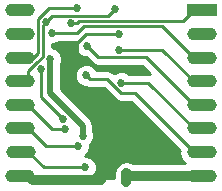
<source format=gbr>
G04 #@! TF.GenerationSoftware,KiCad,Pcbnew,no-vcs-found-7613~57~ubuntu16.04.1*
G04 #@! TF.CreationDate,2017-02-19T17:16:57-08:00*
G04 #@! TF.ProjectId,ESPKey,4553504B65792E6B696361645F706362,rev?*
G04 #@! TF.FileFunction,Copper,L2,Bot,Signal*
G04 #@! TF.FilePolarity,Positive*
%FSLAX46Y46*%
G04 Gerber Fmt 4.6, Leading zero omitted, Abs format (unit mm)*
G04 Created by KiCad (PCBNEW no-vcs-found-7613~57~ubuntu16.04.1) date Sun Feb 19 17:16:57 2017*
%MOMM*%
%LPD*%
G01*
G04 APERTURE LIST*
%ADD10C,0.100000*%
%ADD11R,2.500000X1.100000*%
%ADD12O,2.500000X1.100000*%
%ADD13C,0.685800*%
%ADD14C,0.254000*%
%ADD15C,0.812800*%
%ADD16C,0.508000*%
G04 APERTURE END LIST*
D10*
D11*
X119700000Y-105100000D03*
D12*
X119700000Y-107100000D03*
X119700000Y-109100000D03*
X119700000Y-111100000D03*
X119700000Y-113100000D03*
X119700000Y-115100000D03*
X119700000Y-117100000D03*
X119700000Y-119100000D03*
X104300000Y-119100000D03*
X104400000Y-117100000D03*
X104300000Y-115100000D03*
X104300000Y-113100000D03*
X104300000Y-111100000D03*
X104300000Y-109100000D03*
X104300000Y-107100000D03*
X104300000Y-105100000D03*
D13*
X111150000Y-119450000D03*
X109600000Y-119500000D03*
X108900000Y-109100000D03*
X112300000Y-113300000D03*
X112900000Y-113700000D03*
X108900000Y-109800000D03*
X112700000Y-107100000D03*
X109600000Y-115725000D03*
X106846435Y-109215749D03*
X113300000Y-119600000D03*
X113300000Y-118900000D03*
X109900000Y-110600000D03*
X112870040Y-111229960D03*
X109954717Y-108104707D03*
X112712346Y-108432265D03*
X109100000Y-104900000D03*
X106500000Y-106100000D03*
X112300000Y-105000000D03*
X107957657Y-114292343D03*
X106062955Y-110090087D03*
X107022097Y-106983708D03*
X108600000Y-106200000D03*
X108109389Y-115120876D03*
X109245997Y-116596963D03*
X109799964Y-118400000D03*
D14*
X111150000Y-115650000D02*
X111150000Y-119450000D01*
X113100000Y-113700000D02*
X111150000Y-115650000D01*
D15*
X105400000Y-119500000D02*
X105000000Y-119100000D01*
X111100000Y-119500000D02*
X105400000Y-119500000D01*
X111150000Y-119450000D02*
X111100000Y-119500000D01*
D14*
X109900000Y-107100000D02*
X109100000Y-107900000D01*
X112700000Y-107100000D02*
X109900000Y-107100000D01*
X109100000Y-107900000D02*
X109100000Y-109315067D01*
X109100000Y-109315067D02*
X109100000Y-109800000D01*
D15*
X113500000Y-119100000D02*
X113300000Y-118900000D01*
X113300000Y-118900000D02*
X113300000Y-119600000D01*
X119000000Y-119100000D02*
X113500000Y-119100000D01*
D16*
X106846435Y-112121435D02*
X109600000Y-114875000D01*
X109600000Y-114875000D02*
X109600000Y-115240067D01*
X106846435Y-109215749D02*
X106846435Y-112121435D01*
X109600000Y-115240067D02*
X109600000Y-115725000D01*
D14*
X114000000Y-112100000D02*
X112860000Y-112100000D01*
X111702899Y-110942899D02*
X110242899Y-110942899D01*
X119000000Y-117100000D02*
X114000000Y-112100000D01*
X112860000Y-112100000D02*
X111702899Y-110942899D01*
X110242899Y-110942899D02*
X109900000Y-110600000D01*
X113354973Y-111229960D02*
X112870040Y-111229960D01*
X115129960Y-111229960D02*
X113354973Y-111229960D01*
X119000000Y-115100000D02*
X115129960Y-111229960D01*
X119000000Y-113100000D02*
X114954566Y-109054566D01*
X114954566Y-109054566D02*
X110904576Y-109054566D01*
X110904576Y-109054566D02*
X110297616Y-108447606D01*
X110297616Y-108447606D02*
X109954717Y-108104707D01*
X113197279Y-108432265D02*
X112712346Y-108432265D01*
X116332265Y-108432265D02*
X113197279Y-108432265D01*
X119000000Y-111100000D02*
X116332265Y-108432265D01*
X105829410Y-108670590D02*
X105829410Y-107100000D01*
X105829410Y-105849584D02*
X105829410Y-107100000D01*
X105829410Y-107100000D02*
X105829410Y-106756448D01*
X105000000Y-109100000D02*
X105400000Y-109100000D01*
X105400000Y-109100000D02*
X105829410Y-108670590D01*
X105829410Y-106670590D02*
X105829410Y-105849584D01*
X105829410Y-105849584D02*
X106778994Y-104900000D01*
X106778994Y-104900000D02*
X108615067Y-104900000D01*
X108615067Y-104900000D02*
X109100000Y-104900000D01*
X105000000Y-109100000D02*
X105179903Y-109100000D01*
X105000000Y-111100000D02*
X105000000Y-110272962D01*
X105766551Y-109506411D02*
X105768340Y-109506411D01*
X105000000Y-110272962D02*
X105766551Y-109506411D01*
X105768340Y-109506411D02*
X106235821Y-109038930D01*
X106235821Y-109038930D02*
X106235821Y-106364179D01*
X106235821Y-106364179D02*
X106500000Y-106100000D01*
X112300000Y-105000000D02*
X111722978Y-105577022D01*
X107022978Y-105577022D02*
X106842899Y-105757101D01*
X106842899Y-105757101D02*
X106500000Y-106100000D01*
X111722978Y-105577022D02*
X107022978Y-105577022D01*
X106062955Y-112397641D02*
X107614758Y-113949444D01*
X107614758Y-113949444D02*
X107957657Y-114292343D01*
X106062955Y-110090087D02*
X106062955Y-112397641D01*
X119000000Y-109100000D02*
X116300000Y-106400000D01*
X109700000Y-106400000D02*
X109116292Y-106983708D01*
X116300000Y-106400000D02*
X109700000Y-106400000D01*
X109116292Y-106983708D02*
X107507030Y-106983708D01*
X107507030Y-106983708D02*
X107022097Y-106983708D01*
X109291344Y-105993589D02*
X109084933Y-106200000D01*
X118106411Y-105993589D02*
X109291344Y-105993589D01*
X109084933Y-106200000D02*
X108600000Y-106200000D01*
X119000000Y-105100000D02*
X118106411Y-105993589D01*
X105000000Y-113100000D02*
X107020876Y-115120876D01*
X107624456Y-115120876D02*
X108109389Y-115120876D01*
X107020876Y-115120876D02*
X107624456Y-115120876D01*
X106496963Y-116596963D02*
X108761064Y-116596963D01*
X108761064Y-116596963D02*
X109245997Y-116596963D01*
X105000000Y-115100000D02*
X106496963Y-116596963D01*
X109315031Y-118400000D02*
X109799964Y-118400000D01*
X105000000Y-117100000D02*
X106300000Y-118400000D01*
X106300000Y-118400000D02*
X109315031Y-118400000D01*
X105300000Y-117400000D02*
X105000000Y-117100000D01*
G36*
X108976987Y-107909337D02*
X108976648Y-108298370D01*
X109125210Y-108657919D01*
X109400058Y-108933247D01*
X109759347Y-109082437D01*
X109854900Y-109082520D01*
X110365761Y-109593381D01*
X110612971Y-109758562D01*
X110904576Y-109816566D01*
X114638936Y-109816566D01*
X115330150Y-110507780D01*
X115129960Y-110467960D01*
X113491123Y-110467960D01*
X113424699Y-110401420D01*
X113065410Y-110252230D01*
X112676377Y-110251891D01*
X112316828Y-110400453D01*
X112277421Y-110439791D01*
X112241714Y-110404084D01*
X112098507Y-110308396D01*
X111994504Y-110238903D01*
X111702899Y-110180899D01*
X110784920Y-110180899D01*
X110729507Y-110046788D01*
X110454659Y-109771460D01*
X110095370Y-109622270D01*
X109706337Y-109621931D01*
X109346788Y-109770493D01*
X109071460Y-110045341D01*
X108922270Y-110404630D01*
X108921931Y-110793663D01*
X109070493Y-111153212D01*
X109345341Y-111428540D01*
X109704630Y-111577730D01*
X109847968Y-111577855D01*
X109848289Y-111578069D01*
X109951294Y-111646895D01*
X110242899Y-111704899D01*
X111387269Y-111704899D01*
X112321185Y-112638815D01*
X112568395Y-112803996D01*
X112860000Y-112862000D01*
X113684370Y-112862000D01*
X117802012Y-116979643D01*
X117778071Y-117100000D01*
X117868274Y-117553480D01*
X118125149Y-117937922D01*
X118305757Y-118058600D01*
X113879209Y-118058600D01*
X113698527Y-117937872D01*
X113300000Y-117858600D01*
X112901473Y-117937872D01*
X112563619Y-118163619D01*
X112337872Y-118501473D01*
X112258600Y-118900000D01*
X112258600Y-119315000D01*
X110146266Y-119315000D01*
X110353176Y-119229507D01*
X110628504Y-118954659D01*
X110777694Y-118595370D01*
X110778033Y-118206337D01*
X110629471Y-117846788D01*
X110354623Y-117571460D01*
X109995334Y-117422270D01*
X109803584Y-117422103D01*
X110074537Y-117151622D01*
X110223727Y-116792333D01*
X110223996Y-116483847D01*
X110428540Y-116279659D01*
X110577730Y-115920370D01*
X110578069Y-115531337D01*
X110489000Y-115315773D01*
X110489000Y-114875000D01*
X110421329Y-114534794D01*
X110228618Y-114246382D01*
X107735435Y-111753199D01*
X107735435Y-109624804D01*
X107824165Y-109411119D01*
X107824504Y-109022086D01*
X107675942Y-108662537D01*
X107401094Y-108387209D01*
X107041805Y-108238019D01*
X106997821Y-108237981D01*
X106997821Y-107961587D01*
X107215760Y-107961777D01*
X107575309Y-107813215D01*
X107642934Y-107745708D01*
X109044932Y-107745708D01*
X108976987Y-107909337D01*
X108976987Y-107909337D01*
G37*
X108976987Y-107909337D02*
X108976648Y-108298370D01*
X109125210Y-108657919D01*
X109400058Y-108933247D01*
X109759347Y-109082437D01*
X109854900Y-109082520D01*
X110365761Y-109593381D01*
X110612971Y-109758562D01*
X110904576Y-109816566D01*
X114638936Y-109816566D01*
X115330150Y-110507780D01*
X115129960Y-110467960D01*
X113491123Y-110467960D01*
X113424699Y-110401420D01*
X113065410Y-110252230D01*
X112676377Y-110251891D01*
X112316828Y-110400453D01*
X112277421Y-110439791D01*
X112241714Y-110404084D01*
X112098507Y-110308396D01*
X111994504Y-110238903D01*
X111702899Y-110180899D01*
X110784920Y-110180899D01*
X110729507Y-110046788D01*
X110454659Y-109771460D01*
X110095370Y-109622270D01*
X109706337Y-109621931D01*
X109346788Y-109770493D01*
X109071460Y-110045341D01*
X108922270Y-110404630D01*
X108921931Y-110793663D01*
X109070493Y-111153212D01*
X109345341Y-111428540D01*
X109704630Y-111577730D01*
X109847968Y-111577855D01*
X109848289Y-111578069D01*
X109951294Y-111646895D01*
X110242899Y-111704899D01*
X111387269Y-111704899D01*
X112321185Y-112638815D01*
X112568395Y-112803996D01*
X112860000Y-112862000D01*
X113684370Y-112862000D01*
X117802012Y-116979643D01*
X117778071Y-117100000D01*
X117868274Y-117553480D01*
X118125149Y-117937922D01*
X118305757Y-118058600D01*
X113879209Y-118058600D01*
X113698527Y-117937872D01*
X113300000Y-117858600D01*
X112901473Y-117937872D01*
X112563619Y-118163619D01*
X112337872Y-118501473D01*
X112258600Y-118900000D01*
X112258600Y-119315000D01*
X110146266Y-119315000D01*
X110353176Y-119229507D01*
X110628504Y-118954659D01*
X110777694Y-118595370D01*
X110778033Y-118206337D01*
X110629471Y-117846788D01*
X110354623Y-117571460D01*
X109995334Y-117422270D01*
X109803584Y-117422103D01*
X110074537Y-117151622D01*
X110223727Y-116792333D01*
X110223996Y-116483847D01*
X110428540Y-116279659D01*
X110577730Y-115920370D01*
X110578069Y-115531337D01*
X110489000Y-115315773D01*
X110489000Y-114875000D01*
X110421329Y-114534794D01*
X110228618Y-114246382D01*
X107735435Y-111753199D01*
X107735435Y-109624804D01*
X107824165Y-109411119D01*
X107824504Y-109022086D01*
X107675942Y-108662537D01*
X107401094Y-108387209D01*
X107041805Y-108238019D01*
X106997821Y-108237981D01*
X106997821Y-107961587D01*
X107215760Y-107961777D01*
X107575309Y-107813215D01*
X107642934Y-107745708D01*
X109044932Y-107745708D01*
X108976987Y-107909337D01*
M02*

</source>
